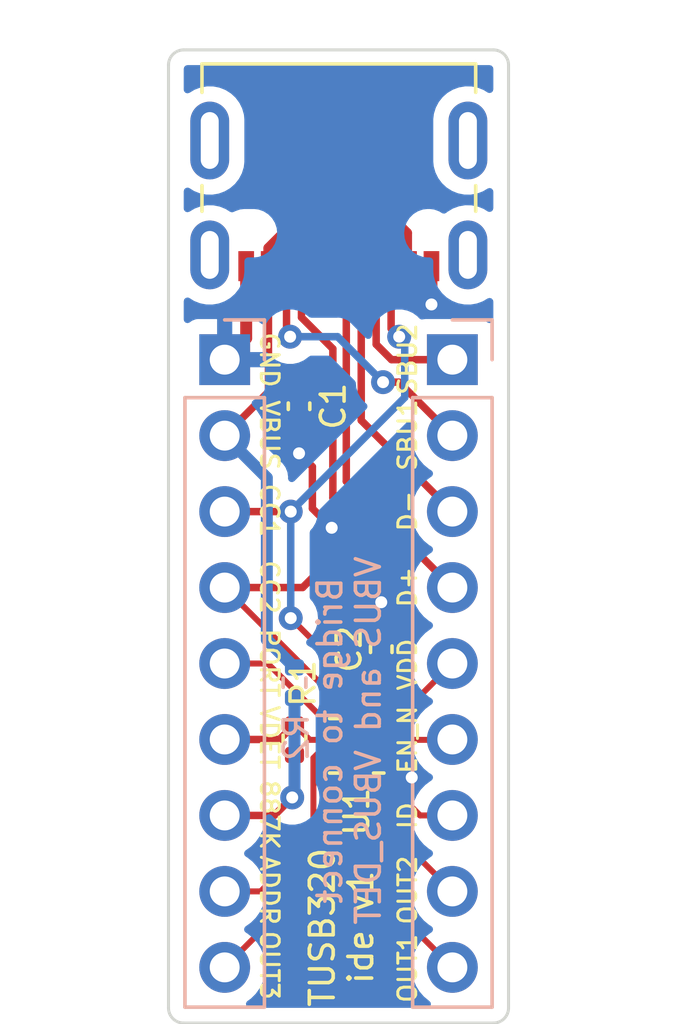
<source format=kicad_pcb>
(kicad_pcb (version 20211014) (generator pcbnew)
  (layers (0 "F.Cu" signal) (31 "B.Cu" signal) (34 "B.Paste" user) (35 "F.Paste" user) (36 "B.SilkS" user "B.Silkscreen") (37 "F.SilkS" user "F.Silkscreen") (38 "B.Mask" user) (39 "F.Mask" user) (44 "Edge.Cuts" user))
  (net 0 "")
  (net 1 "GND")
  (net 2 "Net-(C2-Pad2)")
  (net 3 "Net-(J1-PadA5)")
  (net 4 "Net-(J1-PadB5)")
  (net 5 "Net-(J2-Pad7)")
  (net 6 "Net-(J2-Pad8)")
  (net 7 "Net-(J2-Pad5)")
  (net 8 "Net-(C1-Pad2)")
  (net 9 "Net-(J2-Pad9)")
  (net 10 "Net-(J3-Pad9)")
  (net 11 "Net-(J3-Pad8)")
  (net 12 "Net-(J3-Pad7)")
  (net 13 "Net-(J3-Pad6)")
  (net 14 "Net-(J1-PadA6)")
  (net 15 "Net-(J1-PadA7)")
  (net 16 "Net-(J1-PadA8)")
  (net 17 "Net-(J1-PadB8)")
  (net 18 "Net-(J2-Pad6)")
  (footprint "Package_DFN_QFN:Texas_X2QFN-12_1.6x1.6mm_P0.4mm" (layer "F.Cu") (at 123.14 94.87 -90)
    (fp_text reference "U1" (at 2.205 0 -270) (layer "F.SilkS") (effects (font (size 0.8 0.8) (thickness 0.12))))
    (fp_text value "TUSB320" hide)
    (fp_line (start -0.91 0.91) (end -0.91 0.56) (layer "F.SilkS") (width 0.12))
    (fp_line (start 0.91 0.91) (end 0.91 0.56) (layer "F.SilkS") (width 0.12))
    (fp_line (start 0.91 -0.91) (end 0.91 -0.56) (layer "F.SilkS") (width 0.12))
    (pad "1" smd roundrect (at -0.725 -0.2 270) (size 0.85 0.2) (layers "F.Cu" "F.Paste" "F.Mask") (net 3 "Net-(J1-PadA5)"))
    (pad "2" smd roundrect (at -0.725 0.2 270) (size 0.85 0.2) (layers "F.Cu" "F.Paste" "F.Mask") (net 4 "Net-(J1-PadB5)"))
    (pad "3" smd roundrect (at -0.6 0.825 270) (size 0.2 0.65) (layers "F.Cu" "F.Paste" "F.Mask") (net 7 "Net-(J2-Pad5)"))
    (pad "4" smd roundrect (at -0.2 0.825 270) (size 0.2 0.65) (layers "F.Cu" "F.Paste" "F.Mask") (net 18 "Net-(J2-Pad6)"))
    (pad "5" smd roundrect (at 0.2 0.825 270) (size 0.2 0.65) (layers "F.Cu" "F.Paste" "F.Mask") (net 6 "Net-(J2-Pad8)"))
    (pad "6" smd roundrect (at 0.6 0.825 270) (size 0.2 0.65) (layers "F.Cu" "F.Paste" "F.Mask") (net 9 "Net-(J2-Pad9)"))
    (pad "7" smd roundrect (at 0.725 0.2 270) (size 0.85 0.2) (layers "F.Cu" "F.Paste" "F.Mask") (net 10 "Net-(J3-Pad9)"))
    (pad "8" smd roundrect (at 0.725 -0.2 270) (size 0.85 0.2) (layers "F.Cu" "F.Paste" "F.Mask") (net 11 "Net-(J3-Pad8)"))
    (pad "9" smd roundrect (at 0.6 -0.825 270) (size 0.2 0.65) (layers "F.Cu" "F.Paste" "F.Mask") (net 12 "Net-(J3-Pad7)"))
    (pad "10" smd roundrect (at 0.2 -0.825 270) (size 0.2 0.65) (layers "F.Cu" "F.Paste" "F.Mask") (net 1 "GND"))
    (pad "11" smd roundrect (at -0.2 -0.825 270) (size 0.2 0.65) (layers "F.Cu" "F.Paste" "F.Mask") (net 13 "Net-(J3-Pad6)"))
    (pad "12" smd roundrect (at -0.6 -0.825 270) (size 0.2 0.65) (layers "F.Cu" "F.Paste" "F.Mask") (net 2 "Net-(C2-Pad2)"))
  )
  (footprint "Capacitor_SMD:C_0402_1005Metric" (layer "F.Cu") (at 123.96 91.64 -90)
    (fp_text reference "C2" (at 0 1.0748 90) (layer "F.SilkS") (effects (font (size 0.8 0.8) (thickness 0.12))))
    (fp_text value "0.1μF" hide)
    (fp_line (start -0.107836 -0.36) (end 0.107836 -0.36) (layer "F.SilkS") (width 0.12))
    (fp_line (start -0.107836 0.36) (end 0.107836 0.36) (layer "F.SilkS") (width 0.12))
    (pad "1" smd roundrect (at -0.48 0 270) (size 0.56 0.62) (layers "F.Cu" "F.Paste" "F.Mask") (net 1 "GND"))
    (pad "2" smd roundrect (at 0.48 0 270) (size 0.56 0.62) (layers "F.Cu" "F.Paste" "F.Mask") (net 2 "Net-(C2-Pad2)"))
  )
  (footprint "Resistor_SMD:R_0402_1005Metric" (layer "F.Cu") (at 121.0564 94.6658 90)
    (fp_text reference "R1" (at 1.8816 0.285 90) (layer "F.SilkS") (effects (font (size 0.8 0.8) (thickness 0.12))))
    (fp_text value "887K" hide)
    (fp_line (start -0.153641 -0.38) (end 0.153641 -0.38) (layer "F.SilkS") (width 0.12))
    (fp_line (start -0.153641 0.38) (end 0.153641 0.38) (layer "F.SilkS") (width 0.12))
    (pad "1" smd roundrect (at -0.51 0 90) (size 0.54 0.64) (layers "F.Cu" "F.Paste" "F.Mask") (net 5 "Net-(J2-Pad7)"))
    (pad "2" smd roundrect (at 0.51 0 90) (size 0.54 0.64) (layers "F.Cu" "F.Paste" "F.Mask") (net 18 "Net-(J2-Pad6)"))
  )
  (footprint "Capacitor_SMD:C_0402_1005Metric" (layer "F.Cu") (at 121.2088 83.5152 90)
    (fp_text reference "C1" (at 0 1.143 90) (layer "F.SilkS") (effects (font (size 0.8 0.8) (thickness 0.12))))
    (fp_text value "1μF" hide)
    (fp_line (start -0.107836 0.36) (end 0.107836 0.36) (layer "F.SilkS") (width 0.12))
    (fp_line (start -0.107836 -0.36) (end 0.107836 -0.36) (layer "F.SilkS") (width 0.12))
    (pad "1" smd roundrect (at -0.48 0 90) (size 0.56 0.62) (layers "F.Cu" "F.Paste" "F.Mask") (net 1 "GND"))
    (pad "2" smd roundrect (at 0.48 0 90) (size 0.56 0.62) (layers "F.Cu" "F.Paste" "F.Mask") (net 8 "Net-(C1-Pad2)"))
  )
  (footprint "Connector_USB:USB_C_Receptacle_JAE_DX07S016JA1R1500" (layer "F.Cu") (at 122.54 75.78 180)
    (fp_text reference "J1" hide)
    (fp_text value "USB-C Receptacle (USB 2.0)")
    (fp_line (start 4.58 2.76) (end 4.58 3.71) (layer "F.SilkS") (width 0.12))
    (fp_line (start -4.58 -1.215) (end -4.58 -0.36) (layer "F.SilkS") (width 0.12))
    (fp_line (start -4.58 3.71) (end 4.58 3.71) (layer "F.SilkS") (width 0.12))
    (fp_line (start 4.58 -1.215) (end 4.58 -0.36) (layer "F.SilkS") (width 0.12))
    (fp_line (start -4.58 2.76) (end -4.58 3.71) (layer "F.SilkS") (width 0.12))
    (pad "" smd rect (at -1.4 1.15 180) (size 1 2) (layers "F.Cu" "F.Paste" "F.Mask"))
    (pad "" smd rect (at 1.4 1.15 180) (size 1 2) (layers "F.Cu" "F.Paste" "F.Mask"))
    (pad "" np_thru_hole circle (at -3 -1.95 180) (size 0.6 0.6) (drill 0.6) (layers F&B.Cu *.Mask))
    (pad "" np_thru_hole oval (at 3 -1.95 180) (size 0.85 0.6) (drill oval 0.85 0.6) (layers F&B.Cu *.Mask))
    (pad "A1" smd rect (at -3.1 -3.05 180) (size 0.52 1) (layers "F.Cu" "F.Paste" "F.Mask") (net 1 "GND"))
    (pad "A4" smd rect (at -2.35 -3.05 180) (size 0.52 1) (layers "F.Cu" "F.Paste" "F.Mask") (net 8 "Net-(C1-Pad2)"))
    (pad "A5" smd rect (at -1.75 -3.05 180) (size 0.27 1) (layers "F.Cu" "F.Paste" "F.Mask") (net 3 "Net-(J1-PadA5)"))
    (pad "A6" smd rect (at -0.25 -3.05 180) (size 0.27 1) (layers "F.Cu" "F.Paste" "F.Mask") (net 14 "Net-(J1-PadA6)"))
    (pad "A7" smd rect (at 0.75 -3.05 180) (size 0.27 1) (layers "F.Cu" "F.Paste" "F.Mask") (net 15 "Net-(J1-PadA7)"))
    (pad "A8" smd rect (at 1.75 -3.05 180) (size 0.27 1) (layers "F.Cu" "F.Paste" "F.Mask") (net 16 "Net-(J1-PadA8)"))
    (pad "A9" smd rect (at 2.35 -3.05 180) (size 0.52 1) (layers "F.Cu" "F.Paste" "F.Mask") (net 8 "Net-(C1-Pad2)"))
    (pad "A12" smd rect (at 3.1 -3.05 180) (size 0.52 1) (layers "F.Cu" "F.Paste" "F.Mask") (net 1 "GND"))
    (pad "B1" smd rect (at 3.1 -3.05 180) (size 0.52 1) (layers "F.Cu" "F.Paste" "F.Mask") (net 1 "GND"))
    (pad "B4" smd rect (at 2.35 -3.05 180) (size 0.52 1) (layers "F.Cu" "F.Paste" "F.Mask") (net 8 "Net-(C1-Pad2)"))
    (pad "B5" smd rect (at 1.25 -3.05 180) (size 0.27 1) (layers "F.Cu" "F.Paste" "F.Mask") (net 4 "Net-(J1-PadB5)"))
    (pad "B6" smd rect (at 0.25 -3.05 180) (size 0.27 1) (layers "F.Cu" "F.Paste" "F.Mask") (net 14 "Net-(J1-PadA6)"))
    (pad "B7" smd rect (at -0.75 -3.05 180) (size 0.27 1) (layers "F.Cu" "F.Paste" "F.Mask") (net 15 "Net-(J1-PadA7)"))
    (pad "B8" smd rect (at -1.25 -3.05 180) (size 0.27 1) (layers "F.Cu" "F.Paste" "F.Mask") (net 17 "Net-(J1-PadB8)"))
    (pad "B9" smd rect (at -2.35 -3.05 180) (size 0.52 1) (layers "F.Cu" "F.Paste" "F.Mask") (net 8 "Net-(C1-Pad2)"))
    (pad "B12" smd rect (at -3.1 -3.05 180) (size 0.52 1) (layers "F.Cu" "F.Paste" "F.Mask") (net 1 "GND"))
    (pad "S1" thru_hole oval (at -4.32 1.15 180) (size 1.3 2.6) (drill oval 0.6 1.9) (layers *.Cu *.Mask))
    (pad "S1" thru_hole oval (at 4.32 1.15 180) (size 1.3 2.6) (drill oval 0.6 1.9) (layers *.Cu *.Mask))
    (pad "S1" thru_hole oval (at 4.32 -2.675 180) (size 1.3 2.3) (drill oval 0.6 1.6) (layers *.Cu *.Mask))
    (pad "S1" thru_hole oval (at -4.32 -2.675 180) (size 1.3 2.3) (drill oval 0.6 1.6) (layers *.Cu *.Mask))
  )
  (footprint "Connector_PinHeader_2.54mm:PinHeader_1x09_P2.54mm_Vertical" (layer "B.Cu") (at 118.72 81.958 180)
    (fp_text reference "J2" hide)
    (fp_text value "Left Header Pins")
    (fp_line (start -1.33 -21.65) (end 1.33 -21.65) (layer "B.SilkS") (width 0.12))
    (fp_line (start -1.33 1.33) (end 0 1.33) (layer "B.SilkS") (width 0.12))
    (fp_line (start -1.33 -1.27) (end -1.33 -21.65) (layer "B.SilkS") (width 0.12))
    (fp_line (start 1.33 -1.27) (end 1.33 -21.65) (layer "B.SilkS") (width 0.12))
    (fp_line (start -1.33 0) (end -1.33 1.33) (layer "B.SilkS") (width 0.12))
    (fp_line (start -1.33 -1.27) (end 1.33 -1.27) (layer "B.SilkS") (width 0.12))
    (pad "1" thru_hole rect (at 0 0 180) (size 1.7 1.7) (drill 1) (layers *.Cu *.Mask) (net 1 "GND"))
    (pad "2" thru_hole oval (at 0 -2.54 180) (size 1.7 1.7) (drill 1) (layers *.Cu *.Mask) (net 8 "Net-(C1-Pad2)"))
    (pad "3" thru_hole oval (at 0 -5.08 180) (size 1.7 1.7) (drill 1) (layers *.Cu *.Mask) (net 3 "Net-(J1-PadA5)"))
    (pad "4" thru_hole oval (at 0 -7.62 180) (size 1.7 1.7) (drill 1) (layers *.Cu *.Mask) (net 4 "Net-(J1-PadB5)"))
    (pad "5" thru_hole oval (at 0 -10.16 180) (size 1.7 1.7) (drill 1) (layers *.Cu *.Mask) (net 7 "Net-(J2-Pad5)"))
    (pad "6" thru_hole oval (at 0 -12.7 180) (size 1.7 1.7) (drill 1) (layers *.Cu *.Mask) (net 18 "Net-(J2-Pad6)"))
    (pad "7" thru_hole oval (at 0 -15.24 180) (size 1.7 1.7) (drill 1) (layers *.Cu *.Mask) (net 5 "Net-(J2-Pad7)"))
    (pad "8" thru_hole oval (at 0 -17.78 180) (size 1.7 1.7) (drill 1) (layers *.Cu *.Mask) (net 6 "Net-(J2-Pad8)"))
    (pad "9" thru_hole oval (at 0 -20.32 180) (size 1.7 1.7) (drill 1) (layers *.Cu *.Mask) (net 9 "Net-(J2-Pad9)"))
  )
  (footprint "Connector_PinHeader_2.54mm:PinHeader_1x09_P2.54mm_Vertical" (layer "B.Cu") (at 126.34 81.958 180)
    (fp_text reference "J3" hide)
    (fp_text value "Right Header Pins")
    (fp_line (start 1.33 -1.27) (end 1.33 -21.65) (layer "B.SilkS") (width 0.12))
    (fp_line (start -1.33 -1.27) (end -1.33 -21.65) (layer "B.SilkS") (width 0.12))
    (fp_line (start -1.33 -1.27) (end 1.33 -1.27) (layer "B.SilkS") (width 0.12))
    (fp_line (start -1.33 1.33) (end 0 1.33) (layer "B.SilkS") (width 0.12))
    (fp_line (start -1.33 0) (end -1.33 1.33) (layer "B.SilkS") (width 0.12))
    (fp_line (start -1.33 -21.65) (end 1.33 -21.65) (layer "B.SilkS") (width 0.12))
    (pad "1" thru_hole rect (at 0 0 180) (size 1.7 1.7) (drill 1) (layers *.Cu *.Mask) (net 17 "Net-(J1-PadB8)"))
    (pad "2" thru_hole oval (at 0 -2.54 180) (size 1.7 1.7) (drill 1) (layers *.Cu *.Mask) (net 16 "Net-(J1-PadA8)"))
    (pad "3" thru_hole oval (at 0 -5.08 180) (size 1.7 1.7) (drill 1) (layers *.Cu *.Mask) (net 15 "Net-(J1-PadA7)"))
    (pad "4" thru_hole oval (at 0 -7.62 180) (size 1.7 1.7) (drill 1) (layers *.Cu *.Mask) (net 14 "Net-(J1-PadA6)"))
    (pad "5" thru_hole oval (at 0 -10.16 180) (size 1.7 1.7) (drill 1) (layers *.Cu *.Mask) (net 2 "Net-(C2-Pad2)"))
    (pad "6" thru_hole oval (at 0 -12.7 180) (size 1.7 1.7) (drill 1) (layers *.Cu *.Mask) (net 13 "Net-(J3-Pad6)"))
    (pad "7" thru_hole oval (at 0 -15.24 180) (size 1.7 1.7) (drill 1) (layers *.Cu *.Mask) (net 12 "Net-(J3-Pad7)"))
    (pad "8" thru_hole oval (at 0 -17.78 180) (size 1.7 1.7) (drill 1) (layers *.Cu *.Mask) (net 11 "Net-(J3-Pad8)"))
    (pad "9" thru_hole oval (at 0 -20.32 180) (size 1.7 1.7) (drill 1) (layers *.Cu *.Mask) (net 10 "Net-(J3-Pad9)"))
  )
  (footprint "Resistor_SMD:R_0402_1005Metric" (layer "B.Cu") (at 121.0564 92.7588 -90)
    (fp_text reference "R2" (at 1.8308 -0.0564 90) (layer "B.SilkS") (effects (font (size 0.8 0.8) (thickness 0.12)) (justify mirror)))
    (fp_text value "0K" hide)
    (fp_line (start -0.153641 0.38) (end 0.153641 0.38) (layer "B.SilkS") (width 0.12))
    (fp_line (start -0.153641 -0.38) (end 0.153641 -0.38) (layer "B.SilkS") (width 0.12))
    (pad "1" smd roundrect (at -0.51 0 270) (size 0.54 0.64) (layers "B.Cu" "B.Paste" "B.Mask") (net 8 "Net-(C1-Pad2)"))
    (pad "2" smd roundrect (at 0.51 0 270) (size 0.54 0.64) (layers "B.Cu" "B.Paste" "B.Mask") (net 5 "Net-(J2-Pad7)"))
  )
  (gr_line (start 117.348 71.6) (end 127.712 71.6) (layer "Edge.Cuts") (width 0.1))
  (gr_arc (start 128.22 103.632) (mid 128.07121 103.99121) (end 127.712 104.14) (layer "Edge.Cuts") (width 0.1))
  (gr_line (start 128.22 103.632) (end 128.22 72.108) (layer "Edge.Cuts") (width 0.1))
  (gr_arc (start 116.84 72.108) (mid 116.98879 71.74879) (end 117.348 71.6) (layer "Edge.Cuts") (width 0.1))
  (gr_line (start 116.84 103.632) (end 116.84 72.108) (layer "Edge.Cuts") (width 0.1))
  (gr_line (start 127.712 104.14) (end 117.348 104.14) (layer "Edge.Cuts") (width 0.1))
  (gr_arc (start 127.712 71.6) (mid 128.07121 71.74879) (end 128.22 72.108) (layer "Edge.Cuts") (width 0.1))
  (gr_arc (start 117.348 104.14) (mid 116.98879 103.99121) (end 116.84 103.632) (layer "Edge.Cuts") (width 0.1))
  (gr_text "Bridge to connect\nVBUS and VBUS_DET" (at 122.8852 94.6912 90) (layer "B.SilkS") (effects (font (size 0.8 0.8) (thickness 0.12)) (justify mirror)))
  (gr_text "ADDR" (at 120.2182 99.695 270) (layer "F.SilkS") (effects (font (size 0.6 0.6) (thickness 0.1))))
  (gr_text "OUT3" (at 120.2182 102.2096 270) (layer "F.SilkS") (effects (font (size 0.6 0.6) (thickness 0.1))))
  (gr_text "CC1" (at 120.2182 86.995 270) (layer "F.SilkS") (effects (font (size 0.6 0.6) (thickness 0.1))))
  (gr_text "VDD" (at 124.841 92.1512 90) (layer "F.SilkS") (effects (font (size 0.6 0.6) (thickness 0.1))))
  (gr_text "TUSB320\nide v1" (at 122.6312 100.9396 90) (layer "F.SilkS") (effects (font (size 0.8 0.8) (thickness 0.12))))
  (gr_text "887K" (at 120.2182 97.1804 270) (layer "F.SilkS") (effects (font (size 0.6 0.6) (thickness 0.1))))
  (gr_text "VDET" (at 120.2182 94.5896 270) (layer "F.SilkS") (effects (font (size 0.6 0.6) (thickness 0.1))))
  (gr_text "SBU1" (at 124.841 84.4804 90) (layer "F.SilkS") (effects (font (size 0.6 0.6) (thickness 0.1))))
  (gr_text "D+" (at 124.841 89.5604 90) (layer "F.SilkS") (effects (font (size 0.6 0.6) (thickness 0.1))))
  (gr_text "GND" (at 120.2182 81.9658 270) (layer "F.SilkS") (effects (font (size 0.6 0.6) (thickness 0.1))))
  (gr_text "OUT2" (at 124.841 99.695 90) (layer "F.SilkS") (effects (font (size 0.6 0.6) (thickness 0.1))))
  (gr_text "SBU2" (at 124.841 81.9404 90) (layer "F.SilkS") (effects (font (size 0.6 0.6) (thickness 0.1))))
  (gr_text "EN_N" (at 124.841 94.6658 90) (layer "F.SilkS") (effects (font (size 0.6 0.6) (thickness 0.1))))
  (gr_text "D-" (at 124.841 87.0204 90) (layer "F.SilkS") (effects (font (size 0.6 0.6) (thickness 0.1))))
  (gr_text "CC2" (at 120.2182 89.5604 270) (layer "F.SilkS") (effects (font (size 0.6 0.6) (thickness 0.1))))
  (gr_text "VBUS" (at 120.2182 84.4804 270) (layer "F.SilkS") (effects (font (size 0.6 0.6) (thickness 0.1))))
  (gr_text "OUT1" (at 124.841 102.3112 90) (layer "F.SilkS") (effects (font (size 0.6 0.6) (thickness 0.1))))
  (gr_text "PORT" (at 120.2182 92.1004 270) (layer "F.SilkS") (effects (font (size 0.6 0.6) (thickness 0.1))))
  (gr_text "ID" (at 124.841 97.2058 90) (layer "F.SilkS") (effects (font (size 0.6 0.6) (thickness 0.1))))
  (segment (start 119.44 81.238) (end 118.72 81.958) (width 0.4) (layer "F.Cu") (net 1))
  (segment (start 123.965 95.07) (end 124.384975 95.07) (width 0.2) (layer "F.Cu") (net 1))
  (segment (start 124.98 95.665025) (end 124.98 95.928) (width 0.2) (layer "F.Cu") (net 1))
  (segment (start 123.96 90.0684) (end 123.96 91.16) (width 0.25) (layer "F.Cu") (net 1))
  (segment (start 119.44 78.83) (end 119.44 81.238) (width 0.4) (layer "F.Cu") (net 1))
  (segment (start 122.301 87.5792) (end 121.655 86.9332) (width 0.25) (layer "F.Cu") (net 1))
  (segment (start 125.64 78.83) (end 125.64 80.1116) (width 0.4) (layer "F.Cu") (net 1))
  (segment (start 119.44 81.38) (end 118.862 81.958) (width 0.25) (layer "F.Cu") (net 1))
  (segment (start 121.655 86.9332) (end 121.655 85.5362) (width 0.25) (layer "F.Cu") (net 1))
  (segment (start 121.655 85.5362) (end 121.2088 85.09) (width 0.25) (layer "F.Cu") (net 1))
  (segment (start 124.384975 95.07) (end 124.98 95.665025) (width 0.2) (layer "F.Cu") (net 1))
  (segment (start 121.2088 85.09) (end 121.2088 83.9952) (width 0.25) (layer "F.Cu") (net 1))
  (via (at 122.301 87.5792) (size 0.8) (drill 0.4) (layers "F.Cu" "B.Cu") (net 1))
  (via (at 125.64 80.1116) (size 0.8) (drill 0.4) (layers "F.Cu" "B.Cu") (net 1))
  (via (at 121.2088 85.09) (size 0.8) (drill 0.4) (layers "F.Cu" "B.Cu") (net 1))
  (via (at 123.96 90.0684) (size 0.8) (drill 0.4) (layers "F.Cu" "B.Cu") (net 1))
  (via (at 124.98 95.928) (size 0.8) (drill 0.4) (layers "F.Cu" "B.Cu") (net 1))
  (segment (start 124.188 94.27) (end 126.34 92.118) (width 0.2) (layer "F.Cu") (net 2))
  (segment (start 123.965 94.27) (end 123.965 92.125) (width 0.2) (layer "F.Cu") (net 2))
  (segment (start 123.965 92.125) (end 123.96 92.12) (width 0.2) (layer "F.Cu") (net 2))
  (segment (start 123.965 94.27) (end 124.188 94.27) (width 0.2) (layer "F.Cu") (net 2))
  (segment (start 120.93 87.038) (end 118.72 87.038) (width 0.25) (layer "F.Cu") (net 3))
  (segment (start 124.29 80.92) (end 124.56 81.19) (width 0.25) (layer "F.Cu") (net 3))
  (segment (start 123.34 93.01) (end 120.93 90.6) (width 0.2) (layer "F.Cu") (net 3))
  (segment (start 124.29 78.83) (end 124.29 80.92) (width 0.25) (layer "F.Cu") (net 3))
  (segment (start 123.34 94.145) (end 123.34 93.01) (width 0.2) (layer "F.Cu") (net 3))
  (via (at 120.93 90.6) (size 0.8) (drill 0.4) (layers "F.Cu" "B.Cu") (net 3))
  (via (at 120.93 87.038) (size 0.8) (drill 0.4) (layers "F.Cu" "B.Cu") (net 3))
  (via (at 124.56 81.19) (size 0.8) (drill 0.4) (layers "F.Cu" "B.Cu") (net 3))
  (segment (start 124.745 81.375) (end 124.745 83.223) (width 0.25) (layer "B.Cu") (net 3))
  (segment (start 124.56 81.19) (end 124.745 81.375) (width 0.25) (layer "B.Cu") (net 3))
  (segment (start 124.745 83.223) (end 120.93 87.038) (width 0.25) (layer "B.Cu") (net 3))
  (segment (start 120.93 87.038) (end 120.93 90.6) (width 0.25) (layer "B.Cu") (net 3))
  (segment (start 121.29 78.83) (end 121.29 80.544695) (width 0.25) (layer "F.Cu") (net 4))
  (segment (start 121.327505 89.578) (end 118.72 89.578) (width 0.25) (layer "F.Cu") (net 4))
  (segment (start 122.34 81.594695) (end 122.34 86.5768) (width 0.25) (layer "F.Cu") (net 4))
  (segment (start 123.026 87.879505) (end 121.327505 89.578) (width 0.25) (layer "F.Cu") (net 4))
  (segment (start 122.34 86.5768) (end 123.026 87.2628) (width 0.25) (layer "F.Cu") (net 4))
  (segment (start 122.94 93.798) (end 118.72 89.578) (width 0.2) (layer "F.Cu") (net 4))
  (segment (start 122.94 94.145) (end 122.94 93.798) (width 0.2) (layer "F.Cu") (net 4))
  (segment (start 123.026 87.2628) (end 123.026 87.879505) (width 0.25) (layer "F.Cu") (net 4))
  (segment (start 121.29 80.544695) (end 122.34 81.594695) (width 0.25) (layer "F.Cu") (net 4))
  (segment (start 120.3784 97.198) (end 120.9802 96.5962) (width 0.25) (layer "F.Cu") (net 5))
  (segment (start 121.0564 95.1758) (end 121.0564 96.52) (width 0.25) (layer "F.Cu") (net 5))
  (segment (start 121.0564 96.52) (end 120.9802 96.5962) (width 0.25) (layer "F.Cu") (net 5))
  (segment (start 118.72 97.198) (end 120.3784 97.198) (width 0.25) (layer "F.Cu") (net 5))
  (via (at 120.9802 96.5962) (size 0.8) (drill 0.4) (layers "F.Cu" "B.Cu") (net 5))
  (segment (start 121.0564 93.2688) (end 121.0564 96.52) (width 0.4) (layer "B.Cu") (net 5))
  (segment (start 121.0564 96.52) (end 120.9802 96.5962) (width 0.4) (layer "B.Cu") (net 5))
  (segment (start 119.922081 99.738) (end 118.72 99.738) (width 0.2) (layer "F.Cu") (net 6))
  (segment (start 122.315 95.07) (end 121.895025 95.07) (width 0.2) (layer "F.Cu") (net 6))
  (segment (start 121.69 97.970081) (end 119.922081 99.738) (width 0.2) (layer "F.Cu") (net 6))
  (segment (start 121.895025 95.07) (end 121.69 95.275025) (width 0.2) (layer "F.Cu") (net 6))
  (segment (start 121.69 95.275025) (end 121.69 97.970081) (width 0.2) (layer "F.Cu") (net 6))
  (segment (start 122.315 94.27) (end 120.163 92.118) (width 0.2) (layer "F.Cu") (net 7))
  (segment (start 120.163 92.118) (end 118.72 92.118) (width 0.2) (layer "F.Cu") (net 7))
  (segment (start 120.19 78.83) (end 120.19 78.230305) (width 0.35) (layer "F.Cu") (net 8))
  (segment (start 120.19 78.83) (end 120.185 78.835) (width 0.25) (layer "F.Cu") (net 8))
  (segment (start 120.185 78.835) (end 120.185 83.033) (width 0.25) (layer "F.Cu") (net 8))
  (segment (start 124.5966 77.505) (end 124.814999 77.723399) (width 0.35) (layer "F.Cu") (net 8))
  (segment (start 120.19 78.230305) (end 120.915305 77.505) (width 0.35) (layer "F.Cu") (net 8))
  (segment (start 120.915305 77.505) (end 124.5966 77.505) (width 0.35) (layer "F.Cu") (net 8))
  (segment (start 120.185 83.033) (end 121.2066 83.033) (width 0.25) (layer "F.Cu") (net 8))
  (segment (start 121.2066 83.033) (end 121.2088 83.0352) (width 0.25) (layer "F.Cu") (net 8))
  (segment (start 120.185 83.033) (end 118.72 84.498) (width 0.25) (layer "F.Cu") (net 8))
  (segment (start 124.814999 77.723399) (end 124.814999 78.83) (width 0.35) (layer "F.Cu") (net 8))
  (segment (start 118.72 84.498) (end 120.13 85.908) (width 0.4) (layer "B.Cu") (net 8))
  (segment (start 120.13 91.3224) (end 121.0564 92.2488) (width 0.4) (layer "B.Cu") (net 8))
  (segment (start 120.13 85.908) (end 120.13 91.3224) (width 0.4) (layer "B.Cu") (net 8))
  (segment (start 122.315 98.683) (end 118.72 102.278) (width 0.2) (layer "F.Cu") (net 9))
  (segment (start 122.315 95.47) (end 122.315 98.683) (width 0.2) (layer "F.Cu") (net 9))
  (segment (start 122.94 98.878) (end 126.34 102.278) (width 0.2) (layer "F.Cu") (net 10))
  (segment (start 122.94 95.595) (end 122.94 98.878) (width 0.2) (layer "F.Cu") (net 10))
  (segment (start 123.34 95.595) (end 123.34 96.738) (width 0.2) (layer "F.Cu") (net 11))
  (segment (start 123.34 96.738) (end 126.34 99.738) (width 0.2) (layer "F.Cu") (net 11))
  (segment (start 125.26005 97.198) (end 126.34 97.198) (width 0.2) (layer "F.Cu") (net 12))
  (segment (start 123.965 95.90295) (end 125.26005 97.198) (width 0.2) (layer "F.Cu") (net 12))
  (segment (start 123.965 95.47) (end 123.965 95.90295) (width 0.2) (layer "F.Cu") (net 12))
  (segment (start 123.965 94.67) (end 126.328 94.67) (width 0.2) (layer "F.Cu") (net 13))
  (segment (start 126.328 94.67) (end 126.34 94.658) (width 0.2) (layer "F.Cu") (net 13))
  (segment (start 122.29 79.6) (end 122.79 80.1) (width 0.25) (layer "F.Cu") (net 14))
  (segment (start 122.79 86.028) (end 126.34 89.578) (width 0.25) (layer "F.Cu") (net 14))
  (segment (start 122.79 78.83) (end 122.79 80.1) (width 0.25) (layer "F.Cu") (net 14))
  (segment (start 122.29 78.83) (end 122.29 79.6) (width 0.25) (layer "F.Cu") (net 14))
  (segment (start 122.79 80.1) (end 122.79 86.028) (width 0.25) (layer "F.Cu") (net 14))
  (segment (start 123.29 83.988) (end 126.34 87.038) (width 0.25) (layer "F.Cu") (net 15))
  (segment (start 123.29 78.83) (end 123.29 78.045) (width 0.25) (layer "F.Cu") (net 15))
  (segment (start 123.25 78.005) (end 121.83 78.005) (width 0.25) (layer "F.Cu") (net 15))
  (segment (start 123.29 78.83) (end 123.29 83.988) (width 0.25) (layer "F.Cu") (net 15))
  (segment (start 121.79 78.045) (end 121.79 78.83) (width 0.25) (layer "F.Cu") (net 15))
  (segment (start 123.29 78.045) (end 123.25 78.005) (width 0.25) (layer "F.Cu") (net 15))
  (segment (start 121.83 78.005) (end 121.79 78.045) (width 0.25) (layer "F.Cu") (net 15))
  (segment (start 120.79 81.07) (end 120.91 81.19) (width 0.25) (layer "F.Cu") (net 16))
  (segment (start 124.552 82.71) (end 126.34 84.498) (width 0.25) (layer "F.Cu") (net 16))
  (segment (start 124.02 82.71) (end 124.552 82.71) (width 0.25) (layer "F.Cu") (net 16))
  (segment (start 120.79 78.83) (end 120.79 81.07) (width 0.25) (layer "F.Cu") (net 16))
  (via (at 124.02 82.71) (size 0.8) (drill 0.4) (layers "F.Cu" "B.Cu") (net 16))
  (via (at 120.91 81.19) (size 0.8) (drill 0.4) (layers "F.Cu" "B.Cu") (net 16))
  (segment (start 122.5 81.19) (end 124.02 82.71) (width 0.25) (layer "B.Cu") (net 16))
  (segment (start 120.91 81.19) (end 122.5 81.19) (width 0.25) (layer "B.Cu") (net 16))
  (segment (start 123.79 78.83) (end 123.79 81.445305) (width 0.25) (layer "F.Cu") (net 17))
  (segment (start 123.79 81.445305) (end 124.302695 81.958) (width 0.25) (layer "F.Cu") (net 17))
  (segment (start 124.302695 81.958) (end 126.34 81.958) (width 0.25) (layer "F.Cu") (net 17))
  (segment (start 120.5542 94.658) (end 121.0564 94.1558) (width 0.25) (layer "F.Cu") (net 18))
  (segment (start 121.5706 94.67) (end 121.0564 94.1558) (width 0.2) (layer "F.Cu") (net 18))
  (segment (start 118.72 94.658) (end 120.5542 94.658) (width 0.25) (layer "F.Cu") (net 18))
  (segment (start 122.315 94.67) (end 121.5706 94.67) (width 0.2) (layer "F.Cu") (net 18))
  (zone (net 1) (net_name "GND") (layer "B.Cu") (connect_pads (clearance 0.508)) (min_thickness 0.254) (fill yes (thermal_gap 0.508) (thermal_bridge_width 0.508))
    (polygon (pts (xy 127.7366 103.6828) (xy 117.3226 103.6828) (xy 117.3226 72.009) (xy 127.7366 72.009)))
  )
)
</source>
